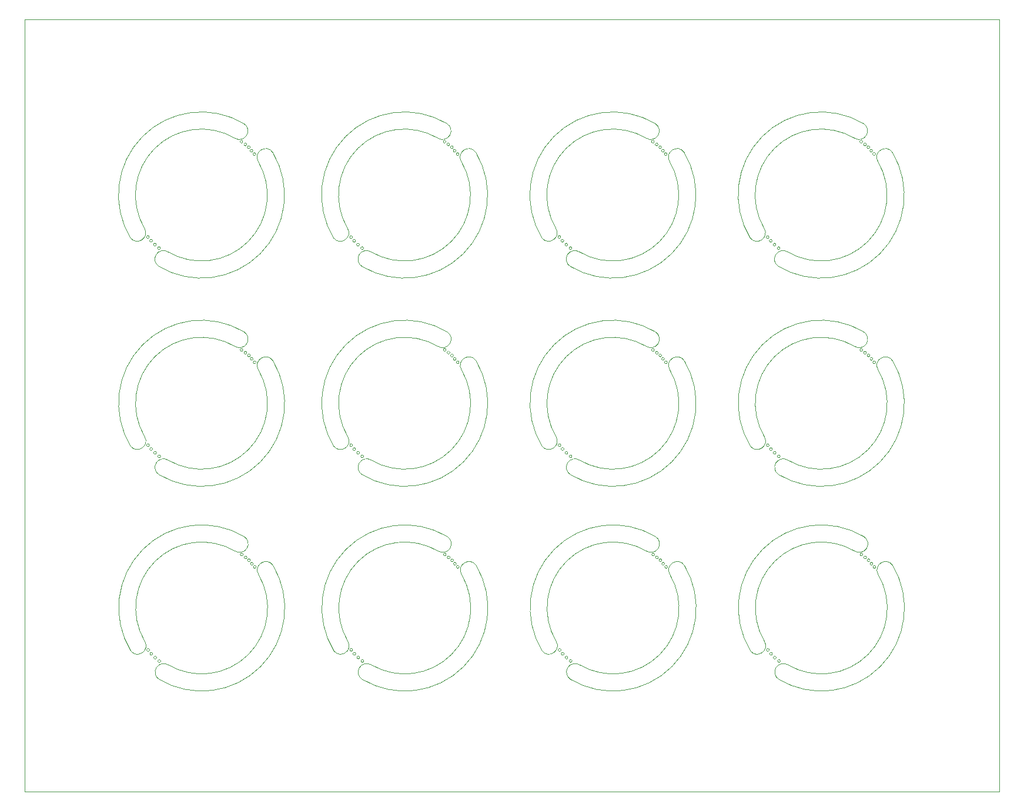
<source format=gbr>
%TF.GenerationSoftware,KiCad,Pcbnew,(7.0.0)*%
%TF.CreationDate,2023-05-18T15:25:00-04:00*%
%TF.ProjectId,eib-64-cap,6569622d-3634-42d6-9361-702e6b696361,B*%
%TF.SameCoordinates,Original*%
%TF.FileFunction,Profile,NP*%
%FSLAX46Y46*%
G04 Gerber Fmt 4.6, Leading zero omitted, Abs format (unit mm)*
G04 Created by KiCad (PCBNEW (7.0.0)) date 2023-05-18 15:25:00*
%MOMM*%
%LPD*%
G01*
G04 APERTURE LIST*
%TA.AperFunction,Profile*%
%ADD10C,0.050000*%
%TD*%
%TA.AperFunction,Profile*%
%ADD11C,0.100000*%
%TD*%
G04 APERTURE END LIST*
D10*
X181815440Y-92687705D02*
G75*
G03*
X179715379Y-93987742I-1047940J-653395D01*
G01*
X131315432Y-104987701D02*
G75*
G03*
X133315379Y-103587743I958168J759701D01*
G01*
X90121370Y-122381371D02*
G75*
G03*
X90121370Y-122381371I-200000J0D01*
G01*
X149336750Y-62887742D02*
G75*
G03*
X149336750Y-62887742I-200000J0D01*
G01*
X118015380Y-61506371D02*
G75*
G03*
X118015380Y-61506371I-200000J0D01*
G01*
X134996750Y-75937742D02*
G75*
G03*
X134996750Y-75937742I-200000J0D01*
G01*
X165434011Y-138581369D02*
G75*
G03*
X181834010Y-122181371I6101809J10298189D01*
G01*
X101296712Y-74987772D02*
G75*
G03*
X103296750Y-73587743I958188J759772D01*
G01*
X89262740Y-61906371D02*
G75*
G03*
X89262740Y-61906371I-200000J0D01*
G01*
X76162742Y-109087739D02*
G75*
G03*
X92562739Y-92687743I6101808J10298189D01*
G01*
X75744110Y-75937742D02*
G75*
G03*
X75744110Y-75937742I-200000J0D01*
G01*
X77462769Y-106987697D02*
G75*
G03*
X76162740Y-109087742I-671369J-1036803D01*
G01*
X146296752Y-60587740D02*
G75*
G03*
X133296750Y-73587743I-4800002J-8200000D01*
G01*
X88232740Y-91097742D02*
G75*
G03*
X88232740Y-91097742I-200000J0D01*
G01*
X179336750Y-62887742D02*
G75*
G03*
X179336750Y-62887742I-200000J0D01*
G01*
X87044113Y-60587738D02*
G75*
G03*
X88344110Y-58487743I671337J1036788D01*
G01*
X166734012Y-136481368D02*
G75*
G03*
X179734007Y-123481371I4799998J8199998D01*
G01*
X77444099Y-76987759D02*
G75*
G03*
X76144110Y-79087742I-671399J-1036741D01*
G01*
X76144112Y-79087739D02*
G75*
G03*
X92544109Y-62687743I6101808J10298189D01*
G01*
X77481372Y-136481368D02*
G75*
G03*
X90481367Y-123481371I4799998J8199998D01*
G01*
X134034010Y-134331371D02*
G75*
G03*
X134034010Y-134331371I-200000J0D01*
G01*
X177615383Y-88487736D02*
G75*
G03*
X161315380Y-104987742I-6091863J-10283194D01*
G01*
X101334017Y-134481365D02*
G75*
G03*
X103334009Y-133081372I958193J759715D01*
G01*
X105596750Y-76437742D02*
G75*
G03*
X105596750Y-76437742I-200000J0D01*
G01*
X166715386Y-106987733D02*
G75*
G03*
X165415380Y-109087741I-671386J-1036767D01*
G01*
X104996750Y-75937742D02*
G75*
G03*
X104996750Y-75937742I-200000J0D01*
G01*
X117634012Y-117981367D02*
G75*
G03*
X101334011Y-134481371I-6091862J-10283193D01*
G01*
X101315432Y-104987701D02*
G75*
G03*
X103315379Y-103587743I958168J759701D01*
G01*
X176315382Y-90587740D02*
G75*
G03*
X163315380Y-103587743I-4800002J-8200000D01*
G01*
X178915380Y-62406371D02*
G75*
G03*
X178915380Y-62406371I-200000J0D01*
G01*
X177634012Y-117981367D02*
G75*
G03*
X161334011Y-134481371I-6091862J-10283193D01*
G01*
X116296752Y-60587740D02*
G75*
G03*
X103296750Y-73587743I-4800002J-8200000D01*
G01*
X119336750Y-62887742D02*
G75*
G03*
X119336750Y-62887742I-200000J0D01*
G01*
X177504010Y-120591371D02*
G75*
G03*
X177504010Y-120591371I-200000J0D01*
G01*
X72062715Y-104987762D02*
G75*
G03*
X74062739Y-103587744I958185J759762D01*
G01*
X166696773Y-76987707D02*
G75*
G03*
X165396750Y-79087741I-671373J-1036793D01*
G01*
X161315432Y-104987701D02*
G75*
G03*
X163315379Y-103587743I958168J759701D01*
G01*
X75762740Y-105937742D02*
G75*
G03*
X75762740Y-105937742I-200000J0D01*
G01*
X106715382Y-106987738D02*
G75*
G03*
X119715378Y-93987742I4799998J8199998D01*
G01*
X116334022Y-120081353D02*
G75*
G03*
X117634010Y-117981371I671378J1036753D01*
G01*
X134484010Y-134881371D02*
G75*
G03*
X134484010Y-134881371I-200000J0D01*
G01*
X135434011Y-138581369D02*
G75*
G03*
X151834010Y-122181371I6101809J10298189D01*
G01*
X136734012Y-136481368D02*
G75*
G03*
X149734007Y-123481371I4799998J8199998D01*
G01*
X88381372Y-117981367D02*
G75*
G03*
X72081371Y-134481371I-6091862J-10283193D01*
G01*
X165034010Y-135431371D02*
G75*
G03*
X165034010Y-135431371I-200000J0D01*
G01*
X104484010Y-134881371D02*
G75*
G03*
X104484010Y-134881371I-200000J0D01*
G01*
X176296752Y-60587740D02*
G75*
G03*
X163296750Y-73587743I-4800002J-8200000D01*
G01*
X146296713Y-60587801D02*
G75*
G03*
X147596750Y-58487743I671387J1036801D01*
G01*
X135015380Y-105937742D02*
G75*
G03*
X135015380Y-105937742I-200000J0D01*
G01*
X118534010Y-91906371D02*
G75*
G03*
X118534010Y-91906371I-200000J0D01*
G01*
X106734008Y-136481374D02*
G75*
G03*
X105434010Y-138581370I-671358J-1036776D01*
G01*
X135034010Y-135431371D02*
G75*
G03*
X135034010Y-135431371I-200000J0D01*
G01*
X149374010Y-122381371D02*
G75*
G03*
X149374010Y-122381371I-200000J0D01*
G01*
X89300000Y-121400000D02*
G75*
G03*
X89300000Y-121400000I-200000J0D01*
G01*
X118952640Y-121900000D02*
G75*
G03*
X118952640Y-121900000I-200000J0D01*
G01*
X92544126Y-62687732D02*
G75*
G03*
X90444110Y-63987742I-1047926J-653368D01*
G01*
X89700000Y-121900000D02*
G75*
G03*
X89700000Y-121900000I-200000J0D01*
G01*
X89681370Y-92406371D02*
G75*
G03*
X89681370Y-92406371I-200000J0D01*
G01*
X148015380Y-61506371D02*
G75*
G03*
X148015380Y-61506371I-200000J0D01*
G01*
X88800000Y-121000000D02*
G75*
G03*
X88800000Y-121000000I-200000J0D01*
G01*
X118915380Y-62406371D02*
G75*
G03*
X118915380Y-62406371I-200000J0D01*
G01*
X75231370Y-134881371D02*
G75*
G03*
X75231370Y-134881371I-200000J0D01*
G01*
X77481368Y-136481374D02*
G75*
G03*
X76181370Y-138581370I-671358J-1036776D01*
G01*
X87062743Y-90587738D02*
G75*
G03*
X88362740Y-88487743I671337J1036788D01*
G01*
X179355380Y-92887742D02*
G75*
G03*
X179355380Y-92887742I-200000J0D01*
G01*
X89662740Y-62406371D02*
G75*
G03*
X89662740Y-62406371I-200000J0D01*
G01*
X179374010Y-122381371D02*
G75*
G03*
X179374010Y-122381371I-200000J0D01*
G01*
X105615380Y-106437742D02*
G75*
G03*
X105615380Y-106437742I-200000J0D01*
G01*
X104015380Y-104837742D02*
G75*
G03*
X104015380Y-104837742I-200000J0D01*
G01*
X121834052Y-122181345D02*
G75*
G03*
X119734010Y-123481371I-1047952J-653355D01*
G01*
X164015380Y-104837742D02*
G75*
G03*
X164015380Y-104837742I-200000J0D01*
G01*
X178934010Y-92406371D02*
G75*
G03*
X178934010Y-92406371I-200000J0D01*
G01*
X117485380Y-91097742D02*
G75*
G03*
X117485380Y-91097742I-200000J0D01*
G01*
X116334011Y-120081371D02*
G75*
G03*
X103334011Y-133081372I-4800001J-8199999D01*
G01*
X87044112Y-60587740D02*
G75*
G03*
X74044110Y-73587743I-4800002J-8200000D01*
G01*
D11*
X56800000Y-43500000D02*
X197200000Y-43500000D01*
X197200000Y-43500000D02*
X197200000Y-154700000D01*
X197200000Y-154700000D02*
X56800000Y-154700000D01*
X56800000Y-154700000D02*
X56800000Y-43500000D01*
D10*
X164034010Y-134331371D02*
G75*
G03*
X164034010Y-134331371I-200000J0D01*
G01*
X177485380Y-91097742D02*
G75*
G03*
X177485380Y-91097742I-200000J0D01*
G01*
X75781370Y-135431371D02*
G75*
G03*
X75781370Y-135431371I-200000J0D01*
G01*
X106734012Y-136481368D02*
G75*
G03*
X119734007Y-123481371I4799998J8199998D01*
G01*
X116315382Y-90587740D02*
G75*
G03*
X103315380Y-103587743I-4800002J-8200000D01*
G01*
X74762740Y-104837742D02*
G75*
G03*
X74762740Y-104837742I-200000J0D01*
G01*
X76381370Y-135931371D02*
G75*
G03*
X76381370Y-135931371I-200000J0D01*
G01*
X178034010Y-91506371D02*
G75*
G03*
X178034010Y-91506371I-200000J0D01*
G01*
X135596750Y-76437742D02*
G75*
G03*
X135596750Y-76437742I-200000J0D01*
G01*
X117615383Y-88487736D02*
G75*
G03*
X101315380Y-104987742I-6091863J-10283194D01*
G01*
X76181371Y-138581369D02*
G75*
G03*
X92581370Y-122181371I6101809J10298189D01*
G01*
X74744110Y-74837742D02*
G75*
G03*
X74744110Y-74837742I-200000J0D01*
G01*
X90102740Y-92887742D02*
G75*
G03*
X90102740Y-92887742I-200000J0D01*
G01*
X72081377Y-134481365D02*
G75*
G03*
X74081369Y-133081372I958193J759715D01*
G01*
X151796709Y-62687768D02*
G75*
G03*
X149696749Y-63987742I-1047909J-653332D01*
G01*
X106696752Y-76987738D02*
G75*
G03*
X119696748Y-63987742I4799998J8199998D01*
G01*
X118052640Y-121000000D02*
G75*
G03*
X118052640Y-121000000I-200000J0D01*
G01*
X76344110Y-76437742D02*
G75*
G03*
X76344110Y-76437742I-200000J0D01*
G01*
X116315325Y-90587828D02*
G75*
G03*
X117615380Y-88487742I671375J1036828D01*
G01*
X148052640Y-121000000D02*
G75*
G03*
X148052640Y-121000000I-200000J0D01*
G01*
X178015380Y-61506371D02*
G75*
G03*
X178015380Y-61506371I-200000J0D01*
G01*
X135634010Y-135931371D02*
G75*
G03*
X135634010Y-135931371I-200000J0D01*
G01*
X119355380Y-92887742D02*
G75*
G03*
X119355380Y-92887742I-200000J0D01*
G01*
X166715382Y-106987738D02*
G75*
G03*
X179715378Y-93987742I4799998J8199998D01*
G01*
X75212740Y-105387742D02*
G75*
G03*
X75212740Y-105387742I-200000J0D01*
G01*
X135615380Y-106437742D02*
G75*
G03*
X135615380Y-106437742I-200000J0D01*
G01*
X178052640Y-121000000D02*
G75*
G03*
X178052640Y-121000000I-200000J0D01*
G01*
X131296712Y-74987772D02*
G75*
G03*
X133296750Y-73587743I958188J759772D01*
G01*
X117466750Y-61097742D02*
G75*
G03*
X117466750Y-61097742I-200000J0D01*
G01*
X147466750Y-61097742D02*
G75*
G03*
X147466750Y-61097742I-200000J0D01*
G01*
X88362743Y-88487736D02*
G75*
G03*
X72062740Y-104987742I-6091863J-10283194D01*
G01*
X146315382Y-90587740D02*
G75*
G03*
X133315380Y-103587743I-4800002J-8200000D01*
G01*
X92562714Y-92687758D02*
G75*
G03*
X90462739Y-93987742I-1047914J-653342D01*
G01*
X88344113Y-58487736D02*
G75*
G03*
X72044110Y-74987742I-6091863J-10283194D01*
G01*
X87081371Y-120081371D02*
G75*
G03*
X74081371Y-133081372I-4800001J-8199999D01*
G01*
X121815440Y-92687705D02*
G75*
G03*
X119715379Y-93987742I-1047940J-653395D01*
G01*
X147485380Y-91097742D02*
G75*
G03*
X147485380Y-91097742I-200000J0D01*
G01*
X165415382Y-109087739D02*
G75*
G03*
X181815379Y-92687743I6101808J10298189D01*
G01*
X147615383Y-88487736D02*
G75*
G03*
X131315380Y-104987742I-6091863J-10283194D01*
G01*
X103996750Y-74837742D02*
G75*
G03*
X103996750Y-74837742I-200000J0D01*
G01*
X131333959Y-134481411D02*
G75*
G03*
X133334009Y-133081372I958241J759711D01*
G01*
X117504010Y-120591371D02*
G75*
G03*
X117504010Y-120591371I-200000J0D01*
G01*
X176296713Y-60587801D02*
G75*
G03*
X177596750Y-58487743I671387J1036801D01*
G01*
X118515380Y-61906371D02*
G75*
G03*
X118515380Y-61906371I-200000J0D01*
G01*
X76362740Y-106437742D02*
G75*
G03*
X76362740Y-106437742I-200000J0D01*
G01*
X181796709Y-62687768D02*
G75*
G03*
X179696749Y-63987742I-1047909J-653332D01*
G01*
X118034010Y-91506371D02*
G75*
G03*
X118034010Y-91506371I-200000J0D01*
G01*
X147504010Y-120591371D02*
G75*
G03*
X147504010Y-120591371I-200000J0D01*
G01*
X166696752Y-76987738D02*
G75*
G03*
X179696748Y-63987742I4799998J8199998D01*
G01*
X116296713Y-60587801D02*
G75*
G03*
X117596750Y-58487743I671387J1036801D01*
G01*
X89281370Y-91906371D02*
G75*
G03*
X89281370Y-91906371I-200000J0D01*
G01*
X178534010Y-91906371D02*
G75*
G03*
X178534010Y-91906371I-200000J0D01*
G01*
X105034010Y-135431371D02*
G75*
G03*
X105034010Y-135431371I-200000J0D01*
G01*
X119374010Y-122381371D02*
G75*
G03*
X119374010Y-122381371I-200000J0D01*
G01*
X74781370Y-134331371D02*
G75*
G03*
X74781370Y-134331371I-200000J0D01*
G01*
X165015380Y-105937742D02*
G75*
G03*
X165015380Y-105937742I-200000J0D01*
G01*
X147634012Y-117981367D02*
G75*
G03*
X131334011Y-134481371I-6091862J-10283193D01*
G01*
X134446750Y-75387742D02*
G75*
G03*
X134446750Y-75387742I-200000J0D01*
G01*
X88251370Y-120591371D02*
G75*
G03*
X88251370Y-120591371I-200000J0D01*
G01*
X163996750Y-74837742D02*
G75*
G03*
X163996750Y-74837742I-200000J0D01*
G01*
X118934010Y-92406371D02*
G75*
G03*
X118934010Y-92406371I-200000J0D01*
G01*
X148952640Y-121900000D02*
G75*
G03*
X148952640Y-121900000I-200000J0D01*
G01*
X134465380Y-105387742D02*
G75*
G03*
X134465380Y-105387742I-200000J0D01*
G01*
X146315325Y-90587828D02*
G75*
G03*
X147615380Y-88487742I671375J1036828D01*
G01*
X92581376Y-122181367D02*
G75*
G03*
X90481370Y-123481371I-1047916J-653373D01*
G01*
X105015380Y-105937742D02*
G75*
G03*
X105015380Y-105937742I-200000J0D01*
G01*
X165615380Y-106437742D02*
G75*
G03*
X165615380Y-106437742I-200000J0D01*
G01*
X87062742Y-90587740D02*
G75*
G03*
X74062740Y-103587743I-4800002J-8200000D01*
G01*
X87081348Y-120081406D02*
G75*
G03*
X88381370Y-117981372I671352J1036806D01*
G01*
X164446750Y-75387742D02*
G75*
G03*
X164446750Y-75387742I-200000J0D01*
G01*
X146334011Y-120081371D02*
G75*
G03*
X133334011Y-133081372I-4800001J-8199999D01*
G01*
X147596753Y-58487736D02*
G75*
G03*
X131296750Y-74987742I-6091863J-10283194D01*
G01*
X134015380Y-104837742D02*
G75*
G03*
X134015380Y-104837742I-200000J0D01*
G01*
X90084110Y-62887742D02*
G75*
G03*
X90084110Y-62887742I-200000J0D01*
G01*
X106696773Y-76987707D02*
G75*
G03*
X105396750Y-79087741I-671373J-1036793D01*
G01*
X104034010Y-134331371D02*
G75*
G03*
X104034010Y-134331371I-200000J0D01*
G01*
X72044123Y-74987732D02*
G75*
G03*
X74044110Y-73587743I958177J759732D01*
G01*
X148034010Y-91506371D02*
G75*
G03*
X148034010Y-91506371I-200000J0D01*
G01*
X177466750Y-61097742D02*
G75*
G03*
X177466750Y-61097742I-200000J0D01*
G01*
X105396752Y-79087739D02*
G75*
G03*
X121796749Y-62687743I6101808J10298189D01*
G01*
X75194110Y-75387742D02*
G75*
G03*
X75194110Y-75387742I-200000J0D01*
G01*
X88214110Y-61097742D02*
G75*
G03*
X88214110Y-61097742I-200000J0D01*
G01*
X117596753Y-58487736D02*
G75*
G03*
X101296750Y-74987742I-6091863J-10283194D01*
G01*
X178515380Y-61906371D02*
G75*
G03*
X178515380Y-61906371I-200000J0D01*
G01*
X164465380Y-105387742D02*
G75*
G03*
X164465380Y-105387742I-200000J0D01*
G01*
X136696773Y-76987707D02*
G75*
G03*
X135396750Y-79087741I-671373J-1036793D01*
G01*
X105434011Y-138581369D02*
G75*
G03*
X121834010Y-122181371I6101809J10298189D01*
G01*
X148515380Y-61906371D02*
G75*
G03*
X148515380Y-61906371I-200000J0D01*
G01*
X178552640Y-121400000D02*
G75*
G03*
X178552640Y-121400000I-200000J0D01*
G01*
X105634010Y-135931371D02*
G75*
G03*
X105634010Y-135931371I-200000J0D01*
G01*
X165634010Y-135931371D02*
G75*
G03*
X165634010Y-135931371I-200000J0D01*
G01*
X149355380Y-92887742D02*
G75*
G03*
X149355380Y-92887742I-200000J0D01*
G01*
X135396752Y-79087739D02*
G75*
G03*
X151796749Y-62687743I6101808J10298189D01*
G01*
X135415382Y-109087739D02*
G75*
G03*
X151815379Y-92687743I6101808J10298189D01*
G01*
X151815440Y-92687705D02*
G75*
G03*
X149715379Y-93987742I-1047940J-653395D01*
G01*
X136696752Y-76987738D02*
G75*
G03*
X149696748Y-63987742I4799998J8199998D01*
G01*
X148915380Y-62406371D02*
G75*
G03*
X148915380Y-62406371I-200000J0D01*
G01*
X177596753Y-58487736D02*
G75*
G03*
X161296750Y-74987742I-6091863J-10283194D01*
G01*
X104465380Y-105387742D02*
G75*
G03*
X104465380Y-105387742I-200000J0D01*
G01*
X164996750Y-75937742D02*
G75*
G03*
X164996750Y-75937742I-200000J0D01*
G01*
X121796709Y-62687768D02*
G75*
G03*
X119696749Y-63987742I-1047909J-653332D01*
G01*
X165396752Y-79087739D02*
G75*
G03*
X181796749Y-62687743I6101808J10298189D01*
G01*
X178952640Y-121900000D02*
G75*
G03*
X178952640Y-121900000I-200000J0D01*
G01*
X176334011Y-120081371D02*
G75*
G03*
X163334011Y-133081372I-4800001J-8199999D01*
G01*
X165596750Y-76437742D02*
G75*
G03*
X165596750Y-76437742I-200000J0D01*
G01*
X88781370Y-91506371D02*
G75*
G03*
X88781370Y-91506371I-200000J0D01*
G01*
X151834052Y-122181345D02*
G75*
G03*
X149734010Y-123481371I-1047952J-653355D01*
G01*
X176334022Y-120081353D02*
G75*
G03*
X177634010Y-117981371I671378J1036753D01*
G01*
X77444112Y-76987738D02*
G75*
G03*
X90444108Y-63987742I4799998J8199998D01*
G01*
X104446750Y-75387742D02*
G75*
G03*
X104446750Y-75387742I-200000J0D01*
G01*
X164484010Y-134881371D02*
G75*
G03*
X164484010Y-134881371I-200000J0D01*
G01*
X181834052Y-122181345D02*
G75*
G03*
X179734010Y-123481371I-1047952J-653355D01*
G01*
X148934010Y-92406371D02*
G75*
G03*
X148934010Y-92406371I-200000J0D01*
G01*
X118552640Y-121400000D02*
G75*
G03*
X118552640Y-121400000I-200000J0D01*
G01*
X105415382Y-109087739D02*
G75*
G03*
X121815379Y-92687743I6101808J10298189D01*
G01*
X148534010Y-91906371D02*
G75*
G03*
X148534010Y-91906371I-200000J0D01*
G01*
X136715386Y-106987733D02*
G75*
G03*
X135415380Y-109087741I-671386J-1036767D01*
G01*
X136715382Y-106987738D02*
G75*
G03*
X149715378Y-93987742I4799998J8199998D01*
G01*
X148552640Y-121400000D02*
G75*
G03*
X148552640Y-121400000I-200000J0D01*
G01*
X166734026Y-136481347D02*
G75*
G03*
X165434010Y-138581371I-671426J-1036753D01*
G01*
X133996750Y-74837742D02*
G75*
G03*
X133996750Y-74837742I-200000J0D01*
G01*
X88762740Y-61506371D02*
G75*
G03*
X88762740Y-61506371I-200000J0D01*
G01*
X106715386Y-106987733D02*
G75*
G03*
X105415380Y-109087741I-671386J-1036767D01*
G01*
X176315325Y-90587828D02*
G75*
G03*
X177615380Y-88487742I671375J1036828D01*
G01*
X77462742Y-106987738D02*
G75*
G03*
X90462738Y-93987742I4799998J8199998D01*
G01*
X146334022Y-120081353D02*
G75*
G03*
X147634010Y-117981371I671378J1036753D01*
G01*
X136734026Y-136481347D02*
G75*
G03*
X135434010Y-138581371I-671426J-1036753D01*
G01*
X161333959Y-134481411D02*
G75*
G03*
X163334009Y-133081372I958241J759711D01*
G01*
X161296712Y-74987772D02*
G75*
G03*
X163296750Y-73587743I958188J759772D01*
G01*
M02*

</source>
